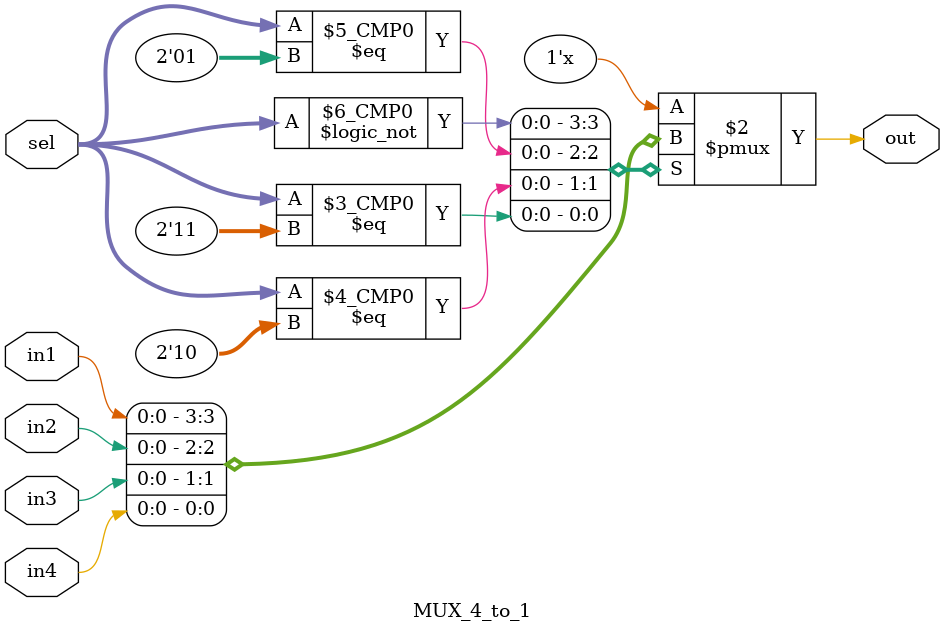
<source format=v>
module MUX_4_to_1(
    input       in1,
    input       in2,
    input       in3,
    input       in4,
    input [1:0] sel,
    output      out
);
    always@(*) begin
        case(sel)
            2'b00 : out = in1;
            2'b01 : out = in2;
            2'b10 : out = in3;
            2'b11 : out = in4;
            default : out = 0;
        endcase
    end
endmodule

</source>
